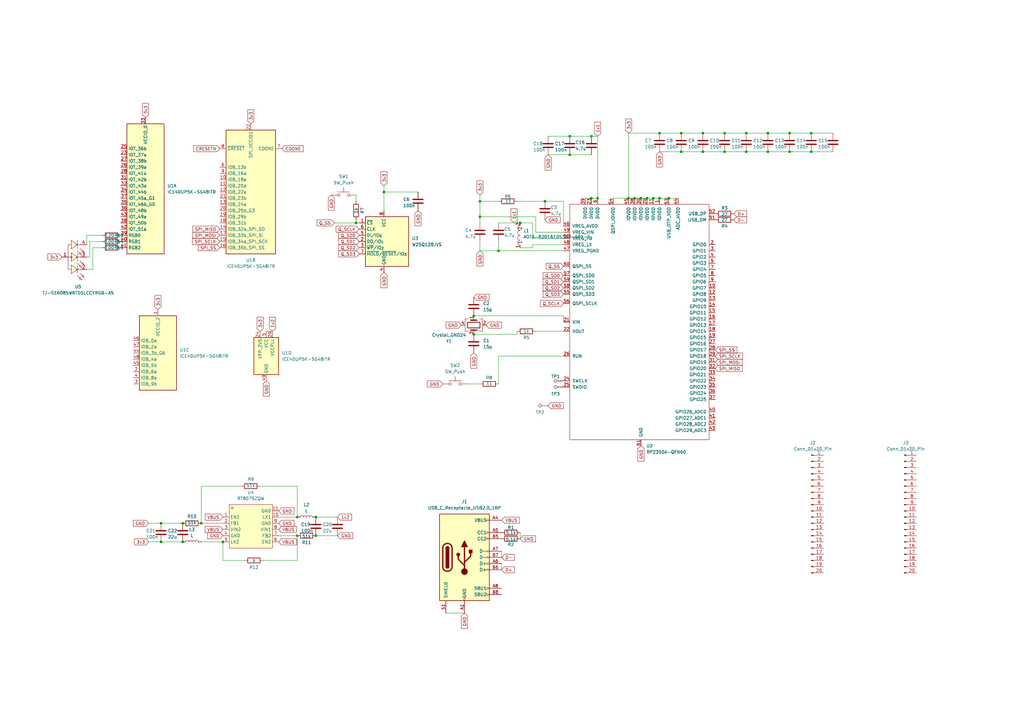
<source format=kicad_sch>
(kicad_sch (version 20250114) (generator "eeschema") (generator_version "9.0")
  (paper "A3")
  (lib_symbols
    (symbol "Connector:Conn_01x20_Pin" (pin_names (offset 1.016) (hide yes))
      (property "Reference" "J" (at 0 25.4 0))
      (property "Value" "Conn_01x20_Pin" (at 0 -27.94 0))
      (symbol "Conn_01x20_Pin_1_1"
        (pin passive line (at 5.08 22.86 180) (length 3.81) (name "Pin_1") (number "1"))
        (pin passive line (at 5.08 20.32 180) (length 3.81) (name "Pin_2") (number "2"))
        (pin passive line (at 5.08 17.78 180) (length 3.81) (name "Pin_3") (number "3"))
        (pin passive line (at 5.08 15.24 180) (length 3.81) (name "Pin_4") (number "4"))
        (pin passive line (at 5.08 12.7 180) (length 3.81) (name "Pin_5") (number "5"))
        (pin passive line (at 5.08 10.16 180) (length 3.81) (name "Pin_6") (number "6"))
        (pin passive line (at 5.08 7.62 180) (length 3.81) (name "Pin_7") (number "7"))
        (pin passive line (at 5.08 5.08 180) (length 3.81) (name "Pin_8") (number "8"))
        (pin passive line (at 5.08 2.54 180) (length 3.81) (name "Pin_9") (number "9"))
        (pin passive line (at 5.08 0 180) (length 3.81) (name "Pin_10") (number "10"))
        (pin passive line (at 5.08 -2.54 180) (length 3.81) (name "Pin_11") (number "11"))
        (pin passive line (at 5.08 -5.08 180) (length 3.81) (name "Pin_12") (number "12"))
        (pin passive line (at 5.08 -7.62 180) (length 3.81) (name "Pin_13") (number "13"))
        (pin passive line (at 5.08 -10.16 180) (length 3.81) (name "Pin_14") (number "14"))
        (pin passive line (at 5.08 -12.7 180) (length 3.81) (name "Pin_15") (number "15"))
        (pin passive line (at 5.08 -15.24 180) (length 3.81) (name "Pin_16") (number "16"))
        (pin passive line (at 5.08 -17.78 180) (length 3.81) (name "Pin_17") (number "17"))
        (pin passive line (at 5.08 -20.32 180) (length 3.81) (name "Pin_18") (number "18"))
        (pin passive line (at 5.08 -22.86 180) (length 3.81) (name "Pin_19") (number "19"))
        (pin passive line (at 5.08 -25.4 180) (length 3.81) (name "Pin_20") (number "20"))
      )
    )
    (symbol "Connector:TestPoint_Alt" (pin_numbers (hide yes)) (pin_names (offset 0.762) (hide yes))
      (property "Reference" "TP" (at 0 6.858 0))
      (property "Value" "TestPoint_Alt" (at 0 5.08 0))
      (symbol "TestPoint_Alt_1_1"
        (pin passive line (at 0 0 90) (length 2.54) (name "1") (number "1"))
      )
    )
    (symbol "Connector:USB_C_Receptacle_USB2.0_16P" (pin_names (offset 1.016))
      (property "Reference" "J" (at 0 22.225 0))
      (property "Value" "USB_C_Receptacle_USB2.0_16P" (at 0 19.685 0))
      (symbol "USB_C_Receptacle_USB2.0_16P_1_1"
        (pin passive line (at -7.62 -22.86 90) (length 5.08) (name "SHIELD") (number "S1"))
        (pin passive line (at 0 -22.86 90) (length 5.08) (name "GND") (number "A1"))
        (pin passive line (at 0 -22.86 90) (length 5.08) (hide yes) (name "GND") (number "A12"))
        (pin passive line (at 0 -22.86 90) (length 5.08) (hide yes) (name "GND") (number "B1"))
        (pin passive line (at 0 -22.86 90) (length 5.08) (hide yes) (name "GND") (number "B12"))
        (pin passive line (at 15.24 15.24 180) (length 5.08) (name "VBUS") (number "A4"))
        (pin passive line (at 15.24 15.24 180) (length 5.08) (hide yes) (name "VBUS") (number "A9"))
        (pin passive line (at 15.24 15.24 180) (length 5.08) (hide yes) (name "VBUS") (number "B4"))
        (pin passive line (at 15.24 15.24 180) (length 5.08) (hide yes) (name "VBUS") (number "B9"))
        (pin bidirectional line (at 15.24 10.16 180) (length 5.08) (name "CC1") (number "A5"))
        (pin bidirectional line (at 15.24 7.62 180) (length 5.08) (name "CC2") (number "B5"))
        (pin bidirectional line (at 15.24 2.54 180) (length 5.08) (name "D-") (number "A7"))
        (pin bidirectional line (at 15.24 0 180) (length 5.08) (name "D-") (number "B7"))
        (pin bidirectional line (at 15.24 -2.54 180) (length 5.08) (name "D+") (number "A6"))
        (pin bidirectional line (at 15.24 -5.08 180) (length 5.08) (name "D+") (number "B6"))
        (pin bidirectional line (at 15.24 -12.7 180) (length 5.08) (name "SBU1") (number "A8"))
        (pin bidirectional line (at 15.24 -15.24 180) (length 5.08) (name "SBU2") (number "B8"))
      )
    )
    (symbol "Device:C" (pin_numbers (hide yes)) (pin_names (offset 0.254))
      (property "Reference" "C" (at 0.635 2.54 0))
      (property "Value" "C" (at 0.635 -2.54 0))
      (symbol "C_1_1"
        (pin passive line (at 0 3.81 270) (length 2.794) (name "~") (number "1"))
        (pin passive line (at 0 -3.81 90) (length 2.794) (name "~") (number "2"))
      )
    )
    (symbol "Device:Crystal_GND24" (pin_names (offset 1.016) (hide yes))
      (property "Reference" "Y" (at 3.175 5.08 0))
      (property "Value" "Crystal_GND24" (at 3.175 3.175 0))
      (symbol "Crystal_GND24_1_1"
        (pin passive line (at -3.81 0 0) (length 1.27) (name "1") (number "1"))
        (pin passive line (at 0 5.08 270) (length 1.27) (name "2") (number "2"))
        (pin passive line (at 0 -5.08 90) (length 1.27) (name "4") (number "4"))
        (pin passive line (at 3.81 0 180) (length 1.27) (name "3") (number "3"))
      )
    )
    (symbol "Device:L" (pin_numbers (hide yes)) (pin_names (offset 1.016) (hide yes))
      (property "Reference" "L" (at -1.27 0 90))
      (property "Value" "L" (at 1.905 0 90))
      (symbol "L_1_1"
        (pin passive line (at 0 3.81 270) (length 1.27) (name "1") (number "1"))
        (pin passive line (at 0 -3.81 90) (length 1.27) (name "2") (number "2"))
      )
    )
    (symbol "Device:R" (pin_numbers (hide yes)) (pin_names (offset 0))
      (property "Reference" "R" (at 2.032 0 90))
      (property "Value" "R" (at 0 0 90))
      (symbol "R_1_1"
        (pin passive line (at 0 3.81 270) (length 1.27) (name "~") (number "1"))
        (pin passive line (at 0 -3.81 90) (length 1.27) (name "~") (number "2"))
      )
    )
    (symbol "FPGA_Lattice:ICE40UP5K-SG48ITR"
      (property "Reference" "U" (at -8.89 -29.21 0))
      (property "Value" "ICE40UP5K-SG48ITR" (at 0 -31.75 0))
      (symbol "ICE40UP5K-SG48ITR_1_1"
        (pin bidirectional line (at -10.16 15.24 0) (length 2.54) (name "IOT_36b") (number "25"))
        (pin bidirectional line (at -10.16 12.7 0) (length 2.54) (name "IOT_37a") (number "23"))
        (pin bidirectional line (at -10.16 10.16 0) (length 2.54) (name "IOT_38b") (number "27"))
        (pin bidirectional line (at -10.16 7.62 0) (length 2.54) (name "IOT_39a") (number "26"))
        (pin bidirectional line (at -10.16 5.08 0) (length 2.54) (name "IOT_41a") (number "28"))
        (pin bidirectional line (at -10.16 2.54 0) (length 2.54) (name "IOT_42b") (number "31"))
        (pin bidirectional line (at -10.16 0 0) (length 2.54) (name "IOT_43a") (number "32"))
        (pin bidirectional line (at -10.16 -2.54 0) (length 2.54) (name "IOT_44b") (number "34"))
        (pin bidirectional line (at -10.16 -5.08 0) (length 2.54) (name "IOT_45a_G1") (number "37"))
        (pin bidirectional line (at -10.16 -7.62 0) (length 2.54) (name "IOT_46b_G0") (number "35"))
        (pin bidirectional line (at -10.16 -10.16 0) (length 2.54) (name "IOT_48b") (number "36"))
        (pin bidirectional line (at -10.16 -12.7 0) (length 2.54) (name "IOT_49a") (number "43"))
        (pin bidirectional line (at -10.16 -15.24 0) (length 2.54) (name "IOT_50b") (number "38"))
        (pin bidirectional line (at -10.16 -17.78 0) (length 2.54) (name "IOT_51a") (number "42"))
        (pin open_collector line (at -10.16 -20.32 0) (length 2.54) (name "RGB0") (number "39"))
        (pin open_collector line (at -10.16 -22.86 0) (length 2.54) (name "RGB1") (number "40"))
        (pin open_collector line (at -10.16 -25.4 0) (length 2.54) (name "RGB2") (number "41"))
        (pin power_in line (at 0 27.94 270) (length 2.54) (name "VCCIO_0") (number "33"))
      )
      (symbol "ICE40UP5K-SG48ITR_2_1"
        (pin input line (at -12.7 17.78 0) (length 2.54) (name "~{CRESET}") (number "8"))
        (pin bidirectional line (at -12.7 10.16 0) (length 2.54) (name "IOB_13b") (number "6"))
        (pin bidirectional line (at -12.7 7.62 0) (length 2.54) (name "IOB_16a") (number "9"))
        (pin bidirectional line (at -12.7 5.08 0) (length 2.54) (name "IOB_18a") (number "10"))
        (pin bidirectional line (at -12.7 2.54 0) (length 2.54) (name "IOB_20a") (number "11"))
        (pin bidirectional line (at -12.7 0 0) (length 2.54) (name "IOB_22a") (number "12"))
        (pin bidirectional line (at -12.7 -2.54 0) (length 2.54) (name "IOB_23b") (number "21"))
        (pin bidirectional line (at -12.7 -5.08 0) (length 2.54) (name "IOB_24a") (number "13"))
        (pin bidirectional line (at -12.7 -7.62 0) (length 2.54) (name "IOB_25b_G3") (number "20"))
        (pin bidirectional line (at -12.7 -10.16 0) (length 2.54) (name "IOB_29b") (number "19"))
        (pin bidirectional line (at -12.7 -12.7 0) (length 2.54) (name "IOB_31b") (number "18"))
        (pin bidirectional line (at -12.7 -15.24 0) (length 2.54) (name "IOB_32a_SPI_SO") (number "14"))
        (pin bidirectional line (at -12.7 -17.78 0) (length 2.54) (name "IOB_33b_SPI_SI") (number "17"))
        (pin bidirectional line (at -12.7 -20.32 0) (length 2.54) (name "IOB_34a_SPI_SCK") (number "15"))
        (pin bidirectional line (at -12.7 -22.86 0) (length 2.54) (name "IOB_35b_SPI_SS") (number "16"))
        (pin power_in line (at 0 27.94 270) (length 2.54) (name "SPI_VCCIO1") (number "22"))
        (pin open_collector line (at 12.7 17.78 180) (length 2.54) (name "CDONE") (number "7"))
      )
      (symbol "ICE40UP5K-SG48ITR_3_1"
        (pin bidirectional line (at -10.16 5.08 0) (length 2.54) (name "IOB_0a") (number "46"))
        (pin bidirectional line (at -10.16 2.54 0) (length 2.54) (name "IOB_2a") (number "47"))
        (pin bidirectional line (at -10.16 0 0) (length 2.54) (name "IOB_3b_G6") (number "44"))
        (pin bidirectional line (at -10.16 -2.54 0) (length 2.54) (name "IOB_4a") (number "48"))
        (pin bidirectional line (at -10.16 -5.08 0) (length 2.54) (name "IOB_5b") (number "45"))
        (pin bidirectional line (at -10.16 -7.62 0) (length 2.54) (name "IOB_6a") (number "2"))
        (pin bidirectional line (at -10.16 -10.16 0) (length 2.54) (name "IOB_8a") (number "4"))
        (pin bidirectional line (at -10.16 -12.7 0) (length 2.54) (name "IOB_9b") (number "3"))
        (pin power_in line (at 0 17.78 270) (length 2.54) (name "VCCIO_2") (number "1"))
      )
      (symbol "ICE40UP5K-SG48ITR_4_1"
        (pin power_in line (at -2.54 10.16 270) (length 2.54) (name "VPP_2V5") (number "24"))
        (pin passive line (at 0 10.16 270) (length 2.54) (hide yes) (name "VCC") (number "30"))
        (pin power_in line (at 0 10.16 270) (length 2.54) (name "VCC") (number "5"))
        (pin power_in line (at 0 -10.16 90) (length 2.54) (name "GND") (number "49"))
        (pin power_out line (at 2.54 10.16 270) (length 2.54) (name "VCCPLL") (number "29"))
      )
    )
    (symbol "Memory_Flash:W25Q128JVS"
      (property "Reference" "U" (at -6.35 11.43 0))
      (property "Value" "W25Q128JVS" (at 7.62 11.43 0))
      (symbol "W25Q128JVS_1_1"
        (pin input line (at -10.16 7.62 0) (length 2.54) (name "~{CS}") (number "1"))
        (pin input line (at -10.16 5.08 0) (length 2.54) (name "CLK") (number "6"))
        (pin bidirectional line (at -10.16 2.54 0) (length 2.54) (name "DI/IO_{0}") (number "5"))
        (pin bidirectional line (at -10.16 0 0) (length 2.54) (name "DO/IO_{1}") (number "2"))
        (pin bidirectional line (at -10.16 -2.54 0) (length 2.54) (name "~{WP}/IO_{2}") (number "3"))
        (pin bidirectional line (at -10.16 -5.08 0) (length 2.54) (name "~{HOLD}/~{RESET}/IO_{3}") (number "7"))
        (pin power_in line (at 0 12.7 270) (length 2.54) (name "VCC") (number "8"))
        (pin power_in line (at 0 -12.7 90) (length 2.54) (name "GND") (number "4"))
      )
    )
    (symbol "Switch:SW_Push" (pin_numbers (hide yes)) (pin_names (offset 1.016) (hide yes))
      (property "Reference" "SW" (at 1.27 2.54 0))
      (property "Value" "SW_Push" (at 0 -1.524 0))
      (symbol "SW_Push_0_1"
        (pin passive line (at -5.08 0 0) (length 2.54) (name "1") (number "1"))
        (pin passive line (at 5.08 0 180) (length 2.54) (name "2") (number "2"))
      )
    )
    (symbol "easyeda2kicad:AOTA-B201610S3R3-101-T"
      (property "Reference" "L" (at 0 5.08 0))
      (property "Value" "AOTA-B201610S3R3-101-T" (at 0 -5.08 0))
      (symbol "AOTA-B201610S3R3-101-T_0_1"
        (pin unspecified line (at -5.08 0 0) (length 1.016) (name "1") (number "1"))
        (pin unspecified line (at 5.08 0 180) (length 1.016) (name "2") (number "2"))
      )
    )
    (symbol "easyeda2kicad:RT8075ZQW"
      (property "Reference" "U" (at 0 11.43 0))
      (property "Value" "RT8075ZQW" (at 0 -11.43 0))
      (symbol "RT8075ZQW_0_1"
        (pin unspecified line (at -11.43 3.81 0) (length 2.54) (name "EN1") (number "1"))
        (pin unspecified line (at -11.43 1.27 0) (length 2.54) (name "FB1") (number "2"))
        (pin unspecified line (at -11.43 -1.27 0) (length 2.54) (name "VIN2") (number "3"))
        (pin unspecified line (at -11.43 -3.81 0) (length 2.54) (name "GND") (number "4"))
        (pin unspecified line (at -11.43 -6.35 0) (length 2.54) (name "LX2") (number "5"))
        (pin unspecified line (at 11.43 6.35 180) (length 2.54) (name "GND") (number "11"))
        (pin unspecified line (at 11.43 3.81 180) (length 2.54) (name "LX1") (number "10"))
        (pin unspecified line (at 11.43 1.27 180) (length 2.54) (name "GND") (number "9"))
        (pin unspecified line (at 11.43 -1.27 180) (length 2.54) (name "VIN1") (number "8"))
        (pin unspecified line (at 11.43 -3.81 180) (length 2.54) (name "FB2") (number "7"))
        (pin unspecified line (at 11.43 -6.35 180) (length 2.54) (name "EN2") (number "6"))
      )
    )
    (symbol "easyeda2kicad:TJ-S1608SW6TDSLCCYRGB-A5"
      (property "Reference" "U" (at 0 10.16 0))
      (property "Value" "TJ-S1608SW6TDSLCCYRGB-A5" (at 0 -10.16 0))
      (symbol "TJ-S1608SW6TDSLCCYRGB-A5_0_1"
        (pin unspecified line (at -5.08 5.08 0) (length 2.54) (name "-") (number "2"))
        (pin unspecified line (at -5.08 0 0) (length 2.54) (name "-") (number "3"))
        (pin unspecified line (at -5.08 -5.08 0) (length 2.54) (name "-") (number "4"))
        (pin unspecified line (at 5.08 0 180) (length 2.54) (name "+") (number "1"))
      )
    )
    (symbol "user_imported:RP2350A-QFN60" (pin_names (offset 1.016))
      (property "Reference" "U" (at 0 -1.27 0))
      (property "Value" "RP2350A-QFN60" (at 0 1.27 0))
      (symbol "RP2350A-QFN60_1_0"
        (pin passive line (at 0 -54.61 90) (length 2.54) (name "GND") (number "61"))
      )
      (symbol "RP2350A-QFN60_1_1"
        (pin power_in line (at -31.75 35.56 0) (length 2.54) (name "VREG_AVDD") (number "46"))
        (pin power_in line (at -31.75 33.02 0) (length 2.54) (name "VREG_VIN") (number "49"))
        (pin power_in line (at -31.75 30.48 0) (length 2.54) (name "VREG_FB") (number "50"))
        (pin power_out line (at -31.75 27.94 0) (length 2.54) (name "VREG_LX") (number "48"))
        (pin input line (at -31.75 25.4 0) (length 2.54) (name "VREG_PGND") (number "47"))
        (pin bidirectional line (at -31.75 19.05 0) (length 2.54) (name "QSPI_SS") (number "60"))
        (pin bidirectional line (at -31.75 15.24 0) (length 2.54) (name "QSPI_SD0") (number "57"))
        (pin bidirectional line (at -31.75 12.7 0) (length 2.54) (name "QSPI_SD1") (number "59"))
        (pin bidirectional line (at -31.75 10.16 0) (length 2.54) (name "QSPI_SD2") (number "58"))
        (pin bidirectional line (at -31.75 7.62 0) (length 2.54) (name "QSPI_SD3") (number "55"))
        (pin bidirectional line (at -31.75 3.81 0) (length 2.54) (name "QSPI_SCLK") (number "56"))
        (pin input line (at -31.75 -3.81 0) (length 2.54) (name "XIN") (number "21"))
        (pin output line (at -31.75 -7.62 0) (length 2.54) (name "XOUT") (number "22"))
        (pin input line (at -31.75 -17.78 0) (length 2.54) (name "RUN") (number "26"))
        (pin input line (at -31.75 -27.94 0) (length 2.54) (name "SWCLK") (number "24"))
        (pin bidirectional line (at -31.75 -30.48 0) (length 2.54) (name "SWDIO") (number "25"))
        (pin power_in line (at -22.86 46.99 270) (length 2.54) (name "DVDD") (number "39"))
        (pin power_in line (at -20.32 46.99 270) (length 2.54) (name "DVDD") (number "23"))
        (pin power_in line (at -17.78 46.99 270) (length 2.54) (name "DVDD") (number "6"))
        (pin power_in line (at -11.43 46.99 270) (length 2.54) (name "QSPI_IOVDD") (number "54"))
        (pin power_in line (at -5.08 46.99 270) (length 2.54) (name "IOVDD") (number "45"))
        (pin power_in line (at -2.54 46.99 270) (length 2.54) (name "IOVDD") (number "38"))
        (pin power_in line (at 0 46.99 270) (length 2.54) (name "IOVDD") (number "30"))
        (pin power_in line (at 2.54 46.99 270) (length 2.54) (name "IOVDD") (number "20"))
        (pin power_in line (at 5.08 46.99 270) (length 2.54) (name "IOVDD") (number "11"))
        (pin power_in line (at 7.62 46.99 270) (length 2.54) (name "IOVDD") (number "1"))
        (pin power_in line (at 11.43 46.99 270) (length 2.54) (name "USB_OTP_VDD") (number "53"))
        (pin power_in line (at 15.24 46.99 270) (length 2.54) (name "ADC_AVDD") (number "44"))
        (pin bidirectional line (at 30.48 40.64 180) (length 2.54) (name "USB_DP") (number "52"))
        (pin bidirectional line (at 30.48 38.1 180) (length 2.54) (name "USB_DM") (number "51"))
        (pin bidirectional line (at 30.48 27.94 180) (length 2.54) (name "GPIO0") (number "2"))
        (pin bidirectional line (at 30.48 25.4 180) (length 2.54) (name "GPIO1") (number "3"))
        (pin bidirectional line (at 30.48 22.86 180) (length 2.54) (name "GPIO2") (number "4"))
        (pin bidirectional line (at 30.48 20.32 180) (length 2.54) (name "GPIO3") (number "5"))
        (pin bidirectional line (at 30.48 17.78 180) (length 2.54) (name "GPIO4") (number "7"))
        (pin bidirectional line (at 30.48 15.24 180) (length 2.54) (name "GPIO5") (number "8"))
        (pin bidirectional line (at 30.48 12.7 180) (length 2.54) (name "GPIO6") (number "9"))
        (pin bidirectional line (at 30.48 10.16 180) (length 2.54) (name "GPIO7") (number "10"))
        (pin bidirectional line (at 30.48 7.62 180) (length 2.54) (name "GPIO8") (number "12"))
        (pin bidirectional line (at 30.48 5.08 180) (length 2.54) (name "GPIO9") (number "13"))
        (pin bidirectional line (at 30.48 2.54 180) (length 2.54) (name "GPIO10") (number "14"))
        (pin bidirectional line (at 30.48 0 180) (length 2.54) (name "GPIO11") (number "15"))
        (pin bidirectional line (at 30.48 -2.54 180) (length 2.54) (name "GPIO12") (number "16"))
        (pin bidirectional line (at 30.48 -5.08 180) (length 2.54) (name "GPIO13") (number "17"))
        (pin bidirectional line (at 30.48 -7.62 180) (length 2.54) (name "GPIO14") (number "18"))
        (pin bidirectional line (at 30.48 -10.16 180) (length 2.54) (name "GPIO15") (number "19"))
        (pin bidirectional line (at 30.48 -12.7 180) (length 2.54) (name "GPIO16") (number "27"))
        (pin bidirectional line (at 30.48 -15.24 180) (length 2.54) (name "GPIO17") (number "28"))
        (pin bidirectional line (at 30.48 -17.78 180) (length 2.54) (name "GPIO18") (number "29"))
        (pin bidirectional line (at 30.48 -20.32 180) (length 2.54) (name "GPIO19") (number "31"))
        (pin bidirectional line (at 30.48 -22.86 180) (length 2.54) (name "GPIO20") (number "32"))
        (pin bidirectional line (at 30.48 -25.4 180) (length 2.54) (name "GPIO21") (number "33"))
        (pin bidirectional line (at 30.48 -27.94 180) (length 2.54) (name "GPIO22") (number "34"))
        (pin bidirectional line (at 30.48 -30.48 180) (length 2.54) (name "GPIO23") (number "35"))
        (pin bidirectional line (at 30.48 -33.02 180) (length 2.54) (name "GPIO24") (number "36"))
        (pin bidirectional line (at 30.48 -35.56 180) (length 2.54) (name "GPIO25") (number "37"))
        (pin bidirectional line (at 30.48 -40.64 180) (length 2.54) (name "GPIO26_ADC0") (number "40"))
        (pin bidirectional line (at 30.48 -43.18 180) (length 2.54) (name "GPIO27_ADC1") (number "41"))
        (pin bidirectional line (at 30.48 -45.72 180) (length 2.54) (name "GPIO28_ADC2") (number "42"))
        (pin bidirectional line (at 30.48 -48.26 180) (length 2.54) (name "GPIO29_ADC3") (number "43"))
      )
    )
  )
  (junction (at 129.54 219.71))
  (junction (at 66.04 222.25))
  (junction (at 279.4 54.61))
  (junction (at 223.52 82.55))
  (junction (at 196.85 82.55))
  (junction (at 270.51 81.28))
  (junction (at 245.11 81.28))
  (junction (at 323.85 54.61))
  (junction (at 262.89 81.28))
  (junction (at 314.96 54.61))
  (junction (at 233.68 63.5))
  (junction (at 91.44 222.25))
  (junction (at 267.97 81.28))
  (junction (at 157.48 78.74))
  (junction (at 297.18 54.61))
  (junction (at 242.57 81.28))
  (junction (at 129.54 212.09))
  (junction (at 121.92 219.71))
  (junction (at 288.29 62.23))
  (junction (at 260.35 81.28))
  (junction (at 213.36 91.44))
  (junction (at 233.68 55.88))
  (junction (at 194.31 137.16))
  (junction (at 265.43 81.28))
  (junction (at 270.51 54.61))
  (junction (at 121.92 212.09))
  (junction (at 323.85 62.23))
  (junction (at 146.05 91.44))
  (junction (at 82.55 214.63))
  (junction (at 196.85 88.9))
  (junction (at 194.31 129.54))
  (junction (at 314.96 62.23))
  (junction (at 257.81 81.28))
  (junction (at 66.04 214.63))
  (junction (at 297.18 62.23))
  (junction (at 74.93 214.63))
  (junction (at 242.57 55.88))
  (junction (at 306.07 54.61))
  (junction (at 204.47 102.87))
  (junction (at 279.4 62.23))
  (junction (at 74.93 222.25))
  (junction (at 288.29 54.61))
  (junction (at 306.07 62.23))
  (junction (at 332.74 54.61))
  (junction (at 332.74 62.23))
  (junction (at 274.32 81.28))
  (wire (pts (xy 297.18 62.23) (xy 306.07 62.23)))
  (wire (pts (xy 204.47 146.05) (xy 204.47 157.48)))
  (wire (pts (xy 194.31 129.54) (xy 231.14 129.54)))
  (wire (pts (xy 233.68 55.88) (xy 242.57 55.88)))
  (wire (pts (xy 240.03 81.28) (xy 242.57 81.28)))
  (wire (pts (xy 196.85 88.9) (xy 196.85 82.55)))
  (wire (pts (xy 314.96 62.23) (xy 323.85 62.23)))
  (wire (pts (xy 35.56 96.52) (xy 41.91 96.52)))
  (wire (pts (xy 182.88 251.46) (xy 190.5 251.46)))
  (wire (pts (xy 66.04 222.25) (xy 74.93 222.25)))
  (wire (pts (xy 233.68 63.5) (xy 242.57 63.5)))
  (wire (pts (xy 60.96 222.25) (xy 66.04 222.25)))
  (wire (pts (xy 171.45 78.74) (xy 157.48 78.74)))
  (wire (pts (xy 332.74 54.61) (xy 341.63 54.61)))
  (wire (pts (xy 205.74 231.14) (xy 205.74 233.68)))
  (wire (pts (xy 109.22 135.89) (xy 111.76 135.89)))
  (wire (pts (xy 36.83 105.41) (xy 36.83 99.06)))
  (wire (pts (xy 218.44 100.33) (xy 231.14 100.33)))
  (wire (pts (xy 212.09 135.89) (xy 212.09 137.16)))
  (wire (pts (xy 260.35 81.28) (xy 262.89 81.28)))
  (wire (pts (xy 231.14 95.25) (xy 219.71 95.25)))
  (wire (pts (xy 82.55 222.25) (xy 91.44 222.25)))
  (wire (pts (xy 106.68 199.39) (xy 121.92 199.39)))
  (wire (pts (xy 270.51 54.61) (xy 279.4 54.61)))
  (wire (pts (xy 288.29 62.23) (xy 297.18 62.23)))
  (wire (pts (xy 270.51 54.61) (xy 257.81 54.61)))
  (wire (pts (xy 231.14 146.05) (xy 204.47 146.05)))
  (wire (pts (xy 146.05 91.44) (xy 147.32 91.44)))
  (wire (pts (xy 204.47 99.06) (xy 204.47 102.87)))
  (wire (pts (xy 270.51 62.23) (xy 279.4 62.23)))
  (wire (pts (xy 196.85 80.01) (xy 196.85 82.55)))
  (wire (pts (xy 262.89 81.28) (xy 265.43 81.28)))
  (wire (pts (xy 219.71 135.89) (xy 231.14 135.89)))
  (wire (pts (xy 213.36 91.44) (xy 218.44 91.44)))
  (wire (pts (xy 245.11 55.88) (xy 245.11 81.28)))
  (wire (pts (xy 219.71 95.25) (xy 219.71 88.9)))
  (wire (pts (xy 204.47 91.44) (xy 213.36 91.44)))
  (wire (pts (xy 137.16 91.44) (xy 146.05 91.44)))
  (wire (pts (xy 146.05 80.01) (xy 146.05 82.55)))
  (wire (pts (xy 306.07 54.61) (xy 314.96 54.61)))
  (wire (pts (xy 38.1 110.49) (xy 38.1 101.6)))
  (wire (pts (xy 146.05 90.17) (xy 146.05 91.44)))
  (wire (pts (xy 224.79 63.5) (xy 233.68 63.5)))
  (wire (pts (xy 332.74 62.23) (xy 341.63 62.23)))
  (wire (pts (xy 224.79 55.88) (xy 233.68 55.88)))
  (wire (pts (xy 157.48 78.74) (xy 157.48 86.36)))
  (wire (pts (xy 35.56 105.41) (xy 36.83 105.41)))
  (wire (pts (xy 288.29 54.61) (xy 297.18 54.61)))
  (wire (pts (xy 279.4 54.61) (xy 288.29 54.61)))
  (wire (pts (xy 82.55 199.39) (xy 82.55 214.63)))
  (wire (pts (xy 60.96 214.63) (xy 66.04 214.63)))
  (wire (pts (xy 121.92 219.71) (xy 121.92 229.87)))
  (wire (pts (xy 306.07 62.23) (xy 314.96 62.23)))
  (wire (pts (xy 107.95 229.87) (xy 121.92 229.87)))
  (wire (pts (xy 212.09 82.55) (xy 223.52 82.55)))
  (wire (pts (xy 157.48 76.2) (xy 157.48 78.74)))
  (wire (pts (xy 191.77 157.48) (xy 196.85 157.48)))
  (wire (pts (xy 91.44 229.87) (xy 100.33 229.87)))
  (wire (pts (xy 242.57 55.88) (xy 245.11 55.88)))
  (wire (pts (xy 35.56 110.49) (xy 38.1 110.49)))
  (wire (pts (xy 257.81 54.61) (xy 257.81 81.28)))
  (wire (pts (xy 219.71 88.9) (xy 196.85 88.9)))
  (wire (pts (xy 323.85 62.23) (xy 332.74 62.23)))
  (wire (pts (xy 274.32 81.28) (xy 278.13 81.28)))
  (wire (pts (xy 114.3 219.71) (xy 121.92 219.71)))
  (wire (pts (xy 35.56 100.33) (xy 35.56 96.52)))
  (wire (pts (xy 196.85 88.9) (xy 196.85 91.44)))
  (wire (pts (xy 38.1 101.6) (xy 41.91 101.6)))
  (wire (pts (xy 218.44 91.44) (xy 218.44 97.79)))
  (wire (pts (xy 314.96 54.61) (xy 323.85 54.61)))
  (wire (pts (xy 323.85 54.61) (xy 332.74 54.61)))
  (wire (pts (xy 99.06 199.39) (xy 82.55 199.39)))
  (wire (pts (xy 270.51 81.28) (xy 274.32 81.28)))
  (wire (pts (xy 231.14 82.55) (xy 231.14 92.71)))
  (wire (pts (xy 251.46 81.28) (xy 257.81 81.28)))
  (wire (pts (xy 242.57 81.28) (xy 245.11 81.28)))
  (wire (pts (xy 204.47 102.87) (xy 231.14 102.87)))
  (wire (pts (xy 196.85 82.55) (xy 204.47 82.55)))
  (wire (pts (xy 279.4 62.23) (xy 288.29 62.23)))
  (wire (pts (xy 129.54 212.09) (xy 138.43 212.09)))
  (wire (pts (xy 196.85 102.87) (xy 204.47 102.87)))
  (wire (pts (xy 213.36 101.6) (xy 218.44 101.6)))
  (wire (pts (xy 231.14 132.08) (xy 231.14 129.54)))
  (wire (pts (xy 82.55 214.63) (xy 91.44 214.63)))
  (wire (pts (xy 267.97 81.28) (xy 270.51 81.28)))
  (wire (pts (xy 257.81 81.28) (xy 260.35 81.28)))
  (wire (pts (xy 205.74 226.06) (xy 205.74 228.6)))
  (wire (pts (xy 231.14 97.79) (xy 218.44 97.79)))
  (wire (pts (xy 138.43 219.71) (xy 129.54 219.71)))
  (wire (pts (xy 66.04 214.63) (xy 74.93 214.63)))
  (wire (pts (xy 213.36 218.44) (xy 213.36 220.98)))
  (wire (pts (xy 196.85 99.06) (xy 196.85 102.87)))
  (wire (pts (xy 121.92 199.39) (xy 121.92 212.09)))
  (wire (pts (xy 223.52 82.55) (xy 231.14 82.55)))
  (wire (pts (xy 36.83 99.06) (xy 41.91 99.06)))
  (wire (pts (xy 91.44 222.25) (xy 91.44 229.87)))
  (wire (pts (xy 297.18 54.61) (xy 306.07 54.61)))
  (wire (pts (xy 121.92 212.09) (xy 114.3 212.09)))
  (wire (pts (xy 194.31 137.16) (xy 212.09 137.16)))
  (wire (pts (xy 218.44 101.6) (xy 218.44 100.33)))
  (wire (pts (xy 265.43 81.28) (xy 267.97 81.28)))
  (global_label "3v3" (shape input) (at 157.48 76.2 90) (property "Intersheetrefs" "${INTERSHEET_REFS}" (effects (hide yes))))
  (global_label "D-" (shape input) (at 300.99 90.17 0) (property "Intersheetrefs" "${INTERSHEET_REFS}" (effects (hide yes))))
  (global_label "CDONE" (shape input) (at 115.57 60.96 0) (property "Intersheetrefs" "${INTERSHEET_REFS}" (effects (hide yes))))
  (global_label "Q_SD3" (shape input) (at 147.32 104.14 180) (property "Intersheetrefs" "${INTERSHEET_REFS}" (effects (hide yes))))
  (global_label "GND" (shape input) (at 135.89 80.01 270) (property "Intersheetrefs" "${INTERSHEET_REFS}" (effects (hide yes))))
  (global_label "3v3" (shape input) (at 60.96 222.25 180) (property "Intersheetrefs" "${INTERSHEET_REFS}" (effects (hide yes))))
  (global_label "SPI_MISO" (shape input) (at 293.37 151.13 0) (property "Intersheetrefs" "${INTERSHEET_REFS}" (effects (hide yes))))
  (global_label "GND" (shape input) (at 157.48 111.76 270) (property "Intersheetrefs" "${INTERSHEET_REFS}" (effects (hide yes))))
  (global_label "Q_SD2" (shape input) (at 147.32 101.6 180) (property "Intersheetrefs" "${INTERSHEET_REFS}" (effects (hide yes))))
  (global_label "Q_SD2" (shape input) (at 231.14 118.11 180) (property "Intersheetrefs" "${INTERSHEET_REFS}" (effects (hide yes))))
  (global_label "GND" (shape input) (at 109.22 156.21 270) (property "Intersheetrefs" "${INTERSHEET_REFS}" (effects (hide yes))))
  (global_label "VBUS" (shape input) (at 205.74 213.36 0) (property "Intersheetrefs" "${INTERSHEET_REFS}" (effects (hide yes))))
  (global_label "GND" (shape input) (at 181.61 157.48 180) (property "Intersheetrefs" "${INTERSHEET_REFS}" (effects (hide yes))))
  (global_label "SPI_SS" (shape input) (at 293.37 143.51 0) (property "Intersheetrefs" "${INTERSHEET_REFS}" (effects (hide yes))))
  (global_label "GND" (shape input) (at 262.89 182.88 270) (property "Intersheetrefs" "${INTERSHEET_REFS}" (effects (hide yes))))
  (global_label "SPI_SS" (shape input) (at 90.17 101.6 180) (property "Intersheetrefs" "${INTERSHEET_REFS}" (effects (hide yes))))
  (global_label "GND" (shape input) (at 171.45 86.36 270) (property "Intersheetrefs" "${INTERSHEET_REFS}" (effects (hide yes))))
  (global_label "Q_SD1" (shape input) (at 231.14 115.57 180) (property "Intersheetrefs" "${INTERSHEET_REFS}" (effects (hide yes))))
  (global_label "3v3" (shape input) (at 25.4 105.41 180) (property "Intersheetrefs" "${INTERSHEET_REFS}" (effects (hide yes))))
  (global_label "GND" (shape input) (at 224.79 63.5 270) (property "Intersheetrefs" "${INTERSHEET_REFS}" (effects (hide yes))))
  (global_label "SPI_MOSI" (shape input) (at 293.37 148.59 0) (property "Intersheetrefs" "${INTERSHEET_REFS}" (effects (hide yes))))
  (global_label "3v3" (shape input) (at 196.85 80.01 90) (property "Intersheetrefs" "${INTERSHEET_REFS}" (effects (hide yes))))
  (global_label "Q_SS" (shape input) (at 137.16 91.44 180) (property "Intersheetrefs" "${INTERSHEET_REFS}" (effects (hide yes))))
  (global_label "3v3" (shape input) (at 64.77 127 90) (property "Intersheetrefs" "${INTERSHEET_REFS}" (effects (hide yes))))
  (global_label "1v1" (shape input) (at 245.11 55.88 90) (property "Intersheetrefs" "${INTERSHEET_REFS}" (effects (hide yes))))
  (global_label "GND" (shape input) (at 114.3 214.63 0) (property "Intersheetrefs" "${INTERSHEET_REFS}" (effects (hide yes))))
  (global_label "Q_SD0" (shape input) (at 147.32 96.52 180) (property "Intersheetrefs" "${INTERSHEET_REFS}" (effects (hide yes))))
  (global_label "GND" (shape input) (at 194.31 121.92 0) (property "Intersheetrefs" "${INTERSHEET_REFS}" (effects (hide yes))))
  (global_label "VBUS" (shape input) (at 114.3 222.25 0) (property "Intersheetrefs" "${INTERSHEET_REFS}" (effects (hide yes))))
  (global_label "GND" (shape input) (at 194.31 144.78 270) (property "Intersheetrefs" "${INTERSHEET_REFS}" (effects (hide yes))))
  (global_label "SPI_MOSI" (shape input) (at 90.17 96.52 180) (property "Intersheetrefs" "${INTERSHEET_REFS}" (effects (hide yes))))
  (global_label "VBUS" (shape input) (at 91.44 212.09 180) (property "Intersheetrefs" "${INTERSHEET_REFS}" (effects (hide yes))))
  (global_label "1v2" (shape input) (at 111.76 135.89 90) (property "Intersheetrefs" "${INTERSHEET_REFS}" (effects (hide yes))))
  (global_label "SPI_SCLK" (shape input) (at 293.37 146.05 0) (property "Intersheetrefs" "${INTERSHEET_REFS}" (effects (hide yes))))
  (global_label "GND" (shape input) (at 199.39 133.35 0) (property "Intersheetrefs" "${INTERSHEET_REFS}" (effects (hide yes))))
  (global_label "SPI_MISO" (shape input) (at 90.17 93.98 180) (property "Intersheetrefs" "${INTERSHEET_REFS}" (effects (hide yes))))
  (global_label "CRESETN" (shape input) (at 90.17 60.96 180) (property "Intersheetrefs" "${INTERSHEET_REFS}" (effects (hide yes))))
  (global_label "3v3" (shape input) (at 102.87 50.8 90) (property "Intersheetrefs" "${INTERSHEET_REFS}" (effects (hide yes))))
  (global_label "D+" (shape input) (at 300.99 87.63 0) (property "Intersheetrefs" "${INTERSHEET_REFS}" (effects (hide yes))))
  (global_label "SPI_SCLK" (shape input) (at 90.17 99.06 180) (property "Intersheetrefs" "${INTERSHEET_REFS}" (effects (hide yes))))
  (global_label "1v1" (shape input) (at 210.82 91.44 90) (property "Intersheetrefs" "${INTERSHEET_REFS}" (effects (hide yes))))
  (global_label "3v3" (shape input) (at 59.69 48.26 90) (property "Intersheetrefs" "${INTERSHEET_REFS}" (effects (hide yes))))
  (global_label "1v2" (shape input) (at 138.43 212.09 0) (property "Intersheetrefs" "${INTERSHEET_REFS}" (effects (hide yes))))
  (global_label "Q_SCLK" (shape input) (at 231.14 124.46 180) (property "Intersheetrefs" "${INTERSHEET_REFS}" (effects (hide yes))))
  (global_label "GND" (shape input) (at 213.36 220.98 0) (property "Intersheetrefs" "${INTERSHEET_REFS}" (effects (hide yes))))
  (global_label "Q_SD3" (shape input) (at 231.14 120.65 180) (property "Intersheetrefs" "${INTERSHEET_REFS}" (effects (hide yes))))
  (global_label "D-" (shape input) (at 205.74 228.6 0) (property "Intersheetrefs" "${INTERSHEET_REFS}" (effects (hide yes))))
  (global_label "GND" (shape input) (at 91.44 219.71 180) (property "Intersheetrefs" "${INTERSHEET_REFS}" (effects (hide yes))))
  (global_label "3v3" (shape input) (at 106.68 135.89 90) (property "Intersheetrefs" "${INTERSHEET_REFS}" (effects (hide yes))))
  (global_label "VBUS" (shape input) (at 114.3 217.17 0) (property "Intersheetrefs" "${INTERSHEET_REFS}" (effects (hide yes))))
  (global_label "VBUS" (shape input) (at 91.44 217.17 180) (property "Intersheetrefs" "${INTERSHEET_REFS}" (effects (hide yes))))
  (global_label "GND" (shape input) (at 224.79 166.37 0) (property "Intersheetrefs" "${INTERSHEET_REFS}" (effects (hide yes))))
  (global_label "Q_SS" (shape input) (at 231.14 109.22 180) (property "Intersheetrefs" "${INTERSHEET_REFS}" (effects (hide yes))))
  (global_label "GND" (shape input) (at 138.43 219.71 0) (property "Intersheetrefs" "${INTERSHEET_REFS}" (effects (hide yes))))
  (global_label "3v3" (shape input) (at 257.81 54.61 90) (property "Intersheetrefs" "${INTERSHEET_REFS}" (effects (hide yes))))
  (global_label "GND" (shape input) (at 270.51 62.23 270) (property "Intersheetrefs" "${INTERSHEET_REFS}" (effects (hide yes))))
  (global_label "GND" (shape input) (at 189.23 133.35 180) (property "Intersheetrefs" "${INTERSHEET_REFS}" (effects (hide yes))))
  (global_label "Q_SD1" (shape input) (at 147.32 99.06 180) (property "Intersheetrefs" "${INTERSHEET_REFS}" (effects (hide yes))))
  (global_label "GND" (shape input) (at 114.3 209.55 0) (property "Intersheetrefs" "${INTERSHEET_REFS}" (effects (hide yes))))
  (global_label "Q_SCLK" (shape input) (at 147.32 93.98 180) (property "Intersheetrefs" "${INTERSHEET_REFS}" (effects (hide yes))))
  (global_label "GND" (shape input) (at 190.5 251.46 270) (property "Intersheetrefs" "${INTERSHEET_REFS}" (effects (hide yes))))
  (global_label "Q_SD0" (shape input) (at 231.14 113.03 180) (property "Intersheetrefs" "${INTERSHEET_REFS}" (effects (hide yes))))
  (global_label "GND" (shape input) (at 196.85 102.87 270) (property "Intersheetrefs" "${INTERSHEET_REFS}" (effects (hide yes))))
  (global_label "GND" (shape input) (at 223.52 90.17 0) (property "Intersheetrefs" "${INTERSHEET_REFS}" (effects (hide yes))))
  (global_label "GND" (shape input) (at 60.96 214.63 180) (property "Intersheetrefs" "${INTERSHEET_REFS}" (effects (hide yes))))
  (global_label "D+" (shape input) (at 205.74 233.68 0) (property "Intersheetrefs" "${INTERSHEET_REFS}" (effects (hide yes))))
  (symbol (lib_id "Device:C") (at 66.04 218.44 0) (unit 1)
    (property "Reference" "C21" (at 59.944 217.678 0) (effects (justify left)))
    (property "Value" "100n" (at 59.944 220.218 0) (effects (justify left)))
    (property "Footprint" "Capacitor_SMD:C_0402_1005Metric" (effects (hide yes)))
    (property "Description" "Unpolarized capacitor" (effects (hide yes)))
  )
  (symbol (lib_id "Device:C") (at 314.96 58.42 0) (unit 1)
    (property "Reference" "C12" (at 308.864 57.658 0) (effects (justify left)))
    (property "Value" "100n" (at 308.864 60.198 0) (effects (justify left)))
    (property "Footprint" "Capacitor_SMD:C_0402_1005Metric" (effects (hide yes)))
    (property "Description" "Unpolarized capacitor" (effects (hide yes)))
  )
  (symbol (lib_id "Device:C") (at 204.47 95.25 0) (unit 1)
    (property "Reference" "C5" (at 206.756 93.98 0) (effects (justify left)))
    (property "Value" "4.7u" (at 206.756 96.52 0) (effects (justify left)))
    (property "Footprint" "Capacitor_SMD:C_0402_1005Metric" (effects (hide yes)))
    (property "Description" "Unpolarized capacitor" (effects (hide yes)))
  )
  (symbol (lib_id "FPGA_Lattice:ICE40UP5K-SG48ITR") (at 109.22 146.05 0) (unit 4)
    (property "Reference" "U1" (at 115.57 144.7799 0) (effects (justify left)))
    (property "Value" "ICE40UP5K-SG48ITR" (at 115.57 147.3199 0) (effects (justify left)))
    (property "Footprint" "Package_DFN_QFN:QFN-48-1EP_7x7mm_P0.5mm_EP5.6x5.6mm" (effects (hide yes)))
    (property "Datasheet" "http://www.latticesemi.com/Products/FPGAandCPLD/iCE40Ultra" (effects (hide yes)))
    (property "Description" "iCE40 UltraPlus FPGA, 5280 LUTs, 1.2V, 48-pin QFN" (effects (hide yes)))
  )
  (symbol (lib_id "Device:R") (at 45.72 96.52 90) (unit 1)
    (property "Reference" "R13" (at 48.768 96.52 90))
    (property "Value" "120" (at 44.958 96.52 90))
    (property "Footprint" "Resistor_SMD:R_0402_1005Metric" (effects (hide yes)))
    (property "Description" "Resistor" (effects (hide yes)))
  )
  (symbol (lib_id "Device:R") (at 215.9 135.89 90) (unit 1)
    (property "Reference" "R5" (at 215.9 138.43 90))
    (property "Value" "1k" (at 215.9 135.89 90))
    (property "Footprint" "Resistor_SMD:R_0402_1005Metric" (effects (hide yes)))
    (property "Description" "Resistor" (effects (hide yes)))
  )
  (symbol (lib_id "Device:C") (at 224.79 59.69 0) (unit 1)
    (property "Reference" "C18" (at 218.694 58.928 0) (effects (justify left)))
    (property "Value" "100n" (at 218.694 61.468 0) (effects (justify left)))
    (property "Footprint" "Capacitor_SMD:C_0402_1005Metric" (effects (hide yes)))
    (property "Description" "Unpolarized capacitor" (effects (hide yes)))
  )
  (symbol (lib_id "Device:R") (at 297.18 90.17 90) (unit 1)
    (property "Reference" "R4" (at 297.18 92.71 90))
    (property "Value" "27" (at 297.18 90.17 90))
    (property "Footprint" "Resistor_SMD:R_0402_1005Metric" (effects (hide yes)))
    (property "Description" "Resistor" (effects (hide yes)))
  )
  (symbol (lib_id "Switch:SW_Push") (at 140.97 80.01 0) (unit 1)
    (property "Reference" "SW1" (at 140.97 72.39 0))
    (property "Value" "SW_Push" (at 140.97 74.93 0))
    (property "Footprint" "Button_Switch_SMD:SW_SPST_PTS810" (effects (hide yes)))
    (property "Description" "Push button switch, generic, two pins" (effects (hide yes)))
  )
  (symbol (lib_id "Device:R") (at 200.66 157.48 270) (unit 1)
    (property "Reference" "R8" (at 200.66 154.94 90))
    (property "Value" "1k" (at 200.66 157.48 90))
    (property "Footprint" "Resistor_SMD:R_0402_1005Metric" (effects (hide yes)))
    (property "Description" "Resistor" (effects (hide yes)))
  )
  (symbol (lib_id "easyeda2kicad:TJ-S1608SW6TDSLCCYRGB-A5") (at 30.48 105.41 180) (unit 1)
    (property "Reference" "U5" (at 32.004 117.602 0))
    (property "Value" "TJ-S1608SW6TDSLCCYRGB-A5" (at 32.004 120.142 0))
    (property "Footprint" "easyeda2kicad:LED-ARRAY-SMD_4P-L1.6-W0.8-BL-FD" (effects (hide yes)))
    (property "LCSC Part" "C5356078" (effects (hide yes)))
  )
  (symbol (lib_id "Device:C") (at 194.31 125.73 0) (unit 1)
    (property "Reference" "C2" (at 198.12 124.4599 0) (effects (justify left)))
    (property "Value" "15p" (at 198.12 126.9999 0) (effects (justify left)))
    (property "Footprint" "Capacitor_SMD:C_0402_1005Metric" (effects (hide yes)))
    (property "Description" "Unpolarized capacitor" (effects (hide yes)))
  )
  (symbol (lib_id "Device:C") (at 288.29 58.42 0) (unit 1)
    (property "Reference" "C9" (at 282.194 57.658 0) (effects (justify left)))
    (property "Value" "100n" (at 282.194 60.198 0) (effects (justify left)))
    (property "Footprint" "Capacitor_SMD:C_0402_1005Metric" (effects (hide yes)))
    (property "Description" "Unpolarized capacitor" (effects (hide yes)))
  )
  (symbol (lib_id "Device:C") (at 129.54 215.9 0) (unit 1)
    (property "Reference" "C19" (at 123.444 215.138 0) (effects (justify left)))
    (property "Value" "100n" (at 123.444 217.678 0) (effects (justify left)))
    (property "Footprint" "Capacitor_SMD:C_0402_1005Metric" (effects (hide yes)))
    (property "Description" "Unpolarized capacitor" (effects (hide yes)))
  )
  (symbol (lib_id "Device:R") (at 125.73 219.71 270) (unit 1)
    (property "Reference" "R11" (at 125.73 222.504 90))
    (property "Value" "51k" (at 125.73 219.964 90))
    (property "Footprint" "Resistor_SMD:R_0402_1005Metric" (effects (hide yes)))
    (property "Description" "Resistor" (effects (hide yes)))
  )
  (symbol (lib_id "Device:C") (at 270.51 58.42 0) (unit 1)
    (property "Reference" "C7" (at 264.414 57.658 0) (effects (justify left)))
    (property "Value" "100n" (at 264.414 60.198 0) (effects (justify left)))
    (property "Footprint" "Capacitor_SMD:C_0402_1005Metric" (effects (hide yes)))
    (property "Description" "Unpolarized capacitor" (effects (hide yes)))
  )
  (symbol (lib_id "Device:R") (at 45.72 101.6 90) (unit 1)
    (property "Reference" "R15" (at 48.768 101.6 90))
    (property "Value" "100" (at 44.958 101.6 90))
    (property "Footprint" "Resistor_SMD:R_0402_1005Metric" (effects (hide yes)))
    (property "Description" "Resistor" (effects (hide yes)))
  )
  (symbol (lib_id "Device:C") (at 223.52 86.36 0) (unit 1)
    (property "Reference" "C3" (at 225.806 85.09 0) (effects (justify left)))
    (property "Value" "4.7u" (at 225.806 87.63 0) (effects (justify left)))
    (property "Footprint" "Capacitor_SMD:C_0402_1005Metric" (effects (hide yes)))
    (property "Description" "Unpolarized capacitor" (effects (hide yes)))
  )
  (symbol (lib_id "Device:R") (at 102.87 199.39 90) (unit 1)
    (property "Reference" "R9" (at 102.87 196.596 90))
    (property "Value" "51k" (at 102.87 199.136 90))
    (property "Footprint" "Resistor_SMD:R_0402_1005Metric" (effects (hide yes)))
    (property "Description" "Resistor" (effects (hide yes)))
  )
  (symbol (lib_id "Device:R") (at 208.28 82.55 90) (unit 1)
    (property "Reference" "R6" (at 208.28 80.518 90))
    (property "Value" "33" (at 208.28 82.55 90))
    (property "Footprint" "Resistor_SMD:R_0402_1005Metric" (effects (hide yes)))
    (property "Description" "Resistor" (effects (hide yes)))
  )
  (symbol (lib_id "user_imported:RP2350A-QFN60") (at 262.89 128.27 0) (unit 1)
    (property "Reference" "U2" (at 265.0333 182.88 0) (effects (justify left)))
    (property "Value" "RP2350A-QFN60" (at 265.0333 185.42 0) (effects (justify left)))
    (property "Footprint" "user_imported_devices:RP2350A_QFN-60_EP_7.75x7.75_Pitch0.4mm" (effects (hide yes)))
  )
  (symbol (lib_id "Memory_Flash:W25Q128JVS") (at 157.48 99.06 0) (unit 1)
    (property "Reference" "U3" (at 168.91 97.7899 0) (effects (justify left)))
    (property "Value" "W25Q128JVS" (at 168.91 100.3299 0) (effects (justify left)))
    (property "Footprint" "Package_SO:SOIC-8_5.3x5.3mm_P1.27mm" (effects (hide yes)))
    (property "Datasheet" "https://www.winbond.com/resource-files/w25q128jv_dtr%20revc%2003272018%20plus.pdf" (effects (hide yes)))
    (property "Description" "128Mbit / 16MiB Serial Flash Memory, Standard/Dual/Quad SPI, 2.7-3.6V, SOIC-8" (effects (hide yes)))
  )
  (symbol (lib_id "Device:R") (at 104.14 229.87 270) (unit 1)
    (property "Reference" "R12" (at 104.14 232.664 90))
    (property "Value" "R" (at 104.14 230.124 90))
    (property "Footprint" "Resistor_SMD:R_0402_1005Metric" (effects (hide yes)))
    (property "Description" "Resistor" (effects (hide yes)))
  )
  (symbol (lib_id "Device:C") (at 74.93 218.44 0) (unit 1)
    (property "Reference" "C22" (at 68.834 217.678 0) (effects (justify left)))
    (property "Value" "22u" (at 68.834 220.218 0) (effects (justify left)))
    (property "Footprint" "Capacitor_SMD:C_0603_1608Metric" (effects (hide yes)))
    (property "Description" "Unpolarized capacitor" (effects (hide yes)))
  )
  (symbol (lib_id "Device:L") (at 78.74 222.25 90) (unit 1)
    (property "Reference" "L3" (at 78.74 217.17 90))
    (property "Value" "L" (at 78.74 219.71 90))
    (property "Footprint" "easyeda2kicad:IND-SMD_L2.0-W1.6_AOTA-B201610S3R3-101-T" (effects (hide yes)))
    (property "Description" "Inductor" (effects (hide yes)))
  )
  (symbol (lib_id "Device:L") (at 125.73 212.09 90) (unit 1)
    (property "Reference" "L2" (at 125.73 207.01 90))
    (property "Value" "L" (at 125.73 209.55 90))
    (property "Footprint" "easyeda2kicad:IND-SMD_L2.0-W1.6_AOTA-B201610S3R3-101-T" (effects (hide yes)))
    (property "Description" "Inductor" (effects (hide yes)))
  )
  (symbol (lib_id "easyeda2kicad:RT8075ZQW") (at 102.87 215.9 0) (unit 1)
    (property "Reference" "U4" (at 102.87 201.93 0))
    (property "Value" "RT8075ZQW" (at 102.87 204.47 0))
    (property "Footprint" "easyeda2kicad:WDFN-10_L3.0-W3.0-P0.50-BL-EP" (effects (hide yes)))
    (property "Datasheet" "https://lcsc.com/product-detail/DC-DC-Converters_Richtek-Tech-RT8075ZQW_C250416.html" (effects (hide yes)))
    (property "LCSC Part" "C250416" (effects (hide yes)))
  )
  (symbol (lib_id "FPGA_Lattice:ICE40UP5K-SG48ITR") (at 59.69 76.2 0) (unit 1)
    (property "Reference" "U1" (at 68.58 76.1999 0) (effects (justify left)))
    (property "Value" "ICE40UP5K-SG48ITR" (at 68.58 78.7399 0) (effects (justify left)))
    (property "Footprint" "Package_DFN_QFN:QFN-48-1EP_7x7mm_P0.5mm_EP5.6x5.6mm" (effects (hide yes)))
    (property "Datasheet" "http://www.latticesemi.com/Products/FPGAandCPLD/iCE40Ultra" (effects (hide yes)))
    (property "Description" "iCE40 UltraPlus FPGA, 5280 LUTs, 1.2V, 48-pin QFN" (effects (hide yes)))
  )
  (symbol (lib_id "Device:R") (at 45.72 99.06 90) (unit 1)
    (property "Reference" "R14" (at 48.768 99.06 90))
    (property "Value" "100" (at 44.958 99.06 90))
    (property "Footprint" "Resistor_SMD:R_0402_1005Metric" (effects (hide yes)))
    (property "Description" "Resistor" (effects (hide yes)))
  )
  (symbol (lib_id "Device:C") (at 138.43 215.9 0) (unit 1)
    (property "Reference" "C20" (at 132.334 215.138 0) (effects (justify left)))
    (property "Value" "22u" (at 132.334 217.678 0) (effects (justify left)))
    (property "Footprint" "Capacitor_SMD:C_0603_1608Metric" (effects (hide yes)))
    (property "Description" "Unpolarized capacitor" (effects (hide yes)))
  )
  (symbol (lib_id "Connector:Conn_01x20_Pin") (at 370.84 209.55 0) (unit 1)
    (property "Reference" "J3" (at 371.475 181.61 0))
    (property "Value" "Conn_01x20_Pin" (at 371.475 184.15 0))
    (property "Footprint" "Connector_PinSocket_2.54mm:PinSocket_1x20_P2.54mm_Vertical" (effects (hide yes)))
    (property "Description" "Generic connector, single row, 01x20, script generated" (effects (hide yes)))
  )
  (symbol (lib_id "Connector:Conn_01x20_Pin") (at 332.74 209.55 0) (unit 1)
    (property "Reference" "J2" (at 333.375 181.61 0))
    (property "Value" "Conn_01x20_Pin" (at 333.375 184.15 0))
    (property "Footprint" "Connector_PinSocket_2.54mm:PinSocket_1x20_P2.54mm_Vertical" (effects (hide yes)))
    (property "Description" "Generic connector, single row, 01x20, script generated" (effects (hide yes)))
  )
  (symbol (lib_id "Device:R") (at 209.55 220.98 90) (unit 1)
    (property "Reference" "R2" (at 209.55 223.266 90))
    (property "Value" "5.1k" (at 209.55 221.234 90))
    (property "Footprint" "Resistor_SMD:R_0402_1005Metric" (effects (hide yes)))
    (property "Description" "Resistor" (effects (hide yes)))
  )
  (symbol (lib_id "Device:C") (at 171.45 82.55 0) (unit 1)
    (property "Reference" "C6" (at 165.354 81.788 0) (effects (justify left)))
    (property "Value" "100n" (at 165.354 84.328 0) (effects (justify left)))
    (property "Footprint" "Capacitor_SMD:C_0402_1005Metric" (effects (hide yes)))
    (property "Description" "Unpolarized capacitor" (effects (hide yes)))
  )
  (symbol (lib_id "Device:C") (at 242.57 59.69 0) (unit 1)
    (property "Reference" "C16" (at 235.966 58.42 0) (effects (justify left)))
    (property "Value" "4.7u" (at 235.966 60.96 0) (effects (justify left)))
    (property "Footprint" "Capacitor_SMD:C_0402_1005Metric" (effects (hide yes)))
    (property "Description" "Unpolarized capacitor" (effects (hide yes)))
  )
  (symbol (lib_id "Connector:TestPoint_Alt") (at 231.14 156.21 90) (unit 1)
    (property "Reference" "TP1" (at 227.838 154.432 90))
    (property "Value" "TestPoint_Alt" (effects (hide yes)))
    (property "Footprint" "TestPoint:TestPoint_Pad_D1.5mm" (effects (hide yes)))
    (property "Description" "test point (alternative shape)" (effects (hide yes)))
  )
  (symbol (lib_id "Device:R") (at 78.74 214.63 90) (unit 1)
    (property "Reference" "R10" (at 78.74 211.836 90))
    (property "Value" "51k" (at 78.74 214.376 90))
    (property "Footprint" "Resistor_SMD:R_0402_1005Metric" (effects (hide yes)))
    (property "Description" "Resistor" (effects (hide yes)))
  )
  (symbol (lib_id "Device:C") (at 332.74 58.42 0) (unit 1)
    (property "Reference" "C14" (at 326.644 57.658 0) (effects (justify left)))
    (property "Value" "100n" (at 326.644 60.198 0) (effects (justify left)))
    (property "Footprint" "Capacitor_SMD:C_0402_1005Metric" (effects (hide yes)))
    (property "Description" "Unpolarized capacitor" (effects (hide yes)))
  )
  (symbol (lib_id "Device:C") (at 297.18 58.42 0) (unit 1)
    (property "Reference" "C10" (at 291.084 57.658 0) (effects (justify left)))
    (property "Value" "100n" (at 291.084 60.198 0) (effects (justify left)))
    (property "Footprint" "Capacitor_SMD:C_0402_1005Metric" (effects (hide yes)))
    (property "Description" "Unpolarized capacitor" (effects (hide yes)))
  )
  (symbol (lib_id "Device:R") (at 209.55 218.44 90) (unit 1)
    (property "Reference" "R1" (at 209.55 216.408 90))
    (property "Value" "5.1k" (at 209.55 218.44 90))
    (property "Footprint" "Resistor_SMD:R_0402_1005Metric" (effects (hide yes)))
    (property "Description" "Resistor" (effects (hide yes)))
  )
  (symbol (lib_id "Device:C") (at 196.85 95.25 0) (unit 1)
    (property "Reference" "C4" (at 190.754 94.488 0) (effects (justify left)))
    (property "Value" "4.7u" (at 190.754 97.028 0) (effects (justify left)))
    (property "Footprint" "Capacitor_SMD:C_0402_1005Metric" (effects (hide yes)))
    (property "Description" "Unpolarized capacitor" (effects (hide yes)))
  )
  (symbol (lib_id "Device:C") (at 323.85 58.42 0) (unit 1)
    (property "Reference" "C13" (at 317.754 57.658 0) (effects (justify left)))
    (property "Value" "100n" (at 317.754 60.198 0) (effects (justify left)))
    (property "Footprint" "Capacitor_SMD:C_0402_1005Metric" (effects (hide yes)))
    (property "Description" "Unpolarized capacitor" (effects (hide yes)))
  )
  (symbol (lib_id "Connector:TestPoint_Alt") (at 231.14 158.75 90) (unit 1)
    (property "Reference" "TP3" (at 227.838 161.544 90))
    (property "Value" "TestPoint_Alt" (effects (hide yes)))
    (property "Footprint" "TestPoint:TestPoint_Pad_D1.5mm" (effects (hide yes)))
    (property "Description" "test point (alternative shape)" (effects (hide yes)))
  )
  (symbol (lib_id "Device:Crystal_GND24") (at 194.31 133.35 270) (unit 1)
    (property "Reference" "Y1" (at 184.15 139.954 90))
    (property "Value" "Crystal_GND24" (at 184.15 137.414 90))
    (property "Footprint" "Crystal:Crystal_SMD_3225-4Pin_3.2x2.5mm" (effects (hide yes)))
    (property "Description" "Four pin crystal, GND on pins 2 and 4" (effects (hide yes)))
  )
  (symbol (lib_id "Connector:TestPoint_Alt") (at 224.79 166.37 90) (unit 1)
    (property "Reference" "TP2" (at 221.488 169.164 90))
    (property "Value" "TestPoint_Alt" (effects (hide yes)))
    (property "Footprint" "TestPoint:TestPoint_Pad_D1.5mm" (effects (hide yes)))
    (property "Description" "test point (alternative shape)" (effects (hide yes)))
  )
  (symbol (lib_id "Device:C") (at 341.63 58.42 0) (unit 1)
    (property "Reference" "C15" (at 335.534 57.658 0) (effects (justify left)))
    (property "Value" "100n" (at 335.534 60.198 0) (effects (justify left)))
    (property "Footprint" "Capacitor_SMD:C_0402_1005Metric" (effects (hide yes)))
    (property "Description" "Unpolarized capacitor" (effects (hide yes)))
  )
  (symbol (lib_id "Device:C") (at 233.68 59.69 0) (unit 1)
    (property "Reference" "C17" (at 227.584 58.928 0) (effects (justify left)))
    (property "Value" "100n" (at 227.584 61.468 0) (effects (justify left)))
    (property "Footprint" "Capacitor_SMD:C_0402_1005Metric" (effects (hide yes)))
    (property "Description" "Unpolarized capacitor" (effects (hide yes)))
  )
  (symbol (lib_id "Switch:SW_Push") (at 186.69 157.48 0) (unit 1)
    (property "Reference" "SW2" (at 186.69 149.86 0))
    (property "Value" "SW_Push" (at 186.69 152.4 0))
    (property "Footprint" "Button_Switch_SMD:SW_SPST_PTS810" (effects (hide yes)))
    (property "Description" "Push button switch, generic, two pins" (effects (hide yes)))
  )
  (symbol (lib_id "Device:C") (at 306.07 58.42 0) (unit 1)
    (property "Reference" "C11" (at 299.974 57.658 0) (effects (justify left)))
    (property "Value" "100n" (at 299.974 60.198 0) (effects (justify left)))
    (property "Footprint" "Capacitor_SMD:C_0402_1005Metric" (effects (hide yes)))
    (property "Description" "Unpolarized capacitor" (effects (hide yes)))
  )
  (symbol (lib_id "Device:R") (at 297.18 87.63 90) (unit 1)
    (property "Reference" "R3" (at 297.18 85.344 90))
    (property "Value" "27" (at 297.18 87.884 90))
    (property "Footprint" "Resistor_SMD:R_0402_1005Metric" (effects (hide yes)))
    (property "Description" "Resistor" (effects (hide yes)))
  )
  (symbol (lib_id "Device:C") (at 279.4 58.42 0) (unit 1)
    (property "Reference" "C8" (at 273.304 57.658 0) (effects (justify left)))
    (property "Value" "100n" (at 273.304 60.198 0) (effects (justify left)))
    (property "Footprint" "Capacitor_SMD:C_0402_1005Metric" (effects (hide yes)))
    (property "Description" "Unpolarized capacitor" (effects (hide yes)))
  )
  (symbol (lib_id "Device:R") (at 146.05 86.36 180) (unit 1)
    (property "Reference" "R7" (at 148.59 86.36 90))
    (property "Value" "1k" (at 146.05 86.36 90))
    (property "Footprint" "Resistor_SMD:R_0402_1005Metric" (effects (hide yes)))
    (property "Description" "Resistor" (effects (hide yes)))
  )
  (symbol (lib_id "Connector:USB_C_Receptacle_USB2.0_16P") (at 190.5 228.6 0) (unit 1)
    (property "Reference" "J1" (at 190.5 205.74 0))
    (property "Value" "USB_C_Receptacle_USB2.0_16P" (at 190.5 208.28 0))
    (property "Footprint" "Connector_USB:USB_C_Receptacle_XKB_U262-16XN-4BVC11" (effects (hide yes)))
    (property "Datasheet" "https://www.usb.org/sites/default/files/documents/usb_type-c.zip" (effects (hide yes)))
    (property "Description" "USB 2.0-only 16P Type-C Receptacle connector" (effects (hide yes)))
  )
  (symbol (lib_id "Device:C") (at 194.31 140.97 0) (unit 1)
    (property "Reference" "C1" (at 198.12 139.6999 0) (effects (justify left)))
    (property "Value" "15p" (at 198.12 142.2399 0) (effects (justify left)))
    (property "Footprint" "Capacitor_SMD:C_0402_1005Metric" (effects (hide yes)))
    (property "Description" "Unpolarized capacitor" (effects (hide yes)))
  )
  (symbol (lib_id "FPGA_Lattice:ICE40UP5K-SG48ITR") (at 102.87 78.74 0) (unit 2)
    (property "Reference" "U1" (at 102.87 106.68 0))
    (property "Value" "ICE40UP5K-SG48ITR" (at 102.87 109.22 0))
    (property "Footprint" "Package_DFN_QFN:QFN-48-1EP_7x7mm_P0.5mm_EP5.6x5.6mm" (effects (hide yes)))
    (property "Datasheet" "http://www.latticesemi.com/Products/FPGAandCPLD/iCE40Ultra" (effects (hide yes)))
    (property "Description" "iCE40 UltraPlus FPGA, 5280 LUTs, 1.2V, 48-pin QFN" (effects (hide yes)))
  )
  (symbol (lib_id "FPGA_Lattice:ICE40UP5K-SG48ITR") (at 64.77 144.78 0) (unit 3)
    (property "Reference" "U1" (at 73.66 143.5099 0) (effects (justify left)))
    (property "Value" "ICE40UP5K-SG48ITR" (at 73.66 146.0499 0) (effects (justify left)))
    (property "Footprint" "Package_DFN_QFN:QFN-48-1EP_7x7mm_P0.5mm_EP5.6x5.6mm" (effects (hide yes)))
    (property "Datasheet" "http://www.latticesemi.com/Products/FPGAandCPLD/iCE40Ultra" (effects (hide yes)))
    (property "Description" "iCE40 UltraPlus FPGA, 5280 LUTs, 1.2V, 48-pin QFN" (effects (hide yes)))
  )
  (symbol (lib_id "easyeda2kicad:AOTA-B201610S3R3-101-T") (at 213.36 96.52 90) (unit 1)
    (property "Reference" "L1" (at 214.63 94.6169 90) (effects (justify right)))
    (property "Value" "AOTA-B201610S3R3-101-T" (at 214.63 97.1569 90) (effects (justify right)))
    (property "Footprint" "easyeda2kicad:IND-SMD_L2.0-W1.6_AOTA-B201610S3R3-101-T" (effects (hide yes)))
    (property "LCSC Part" "C42411119" (effects (hide yes)))
  )
)
</source>
